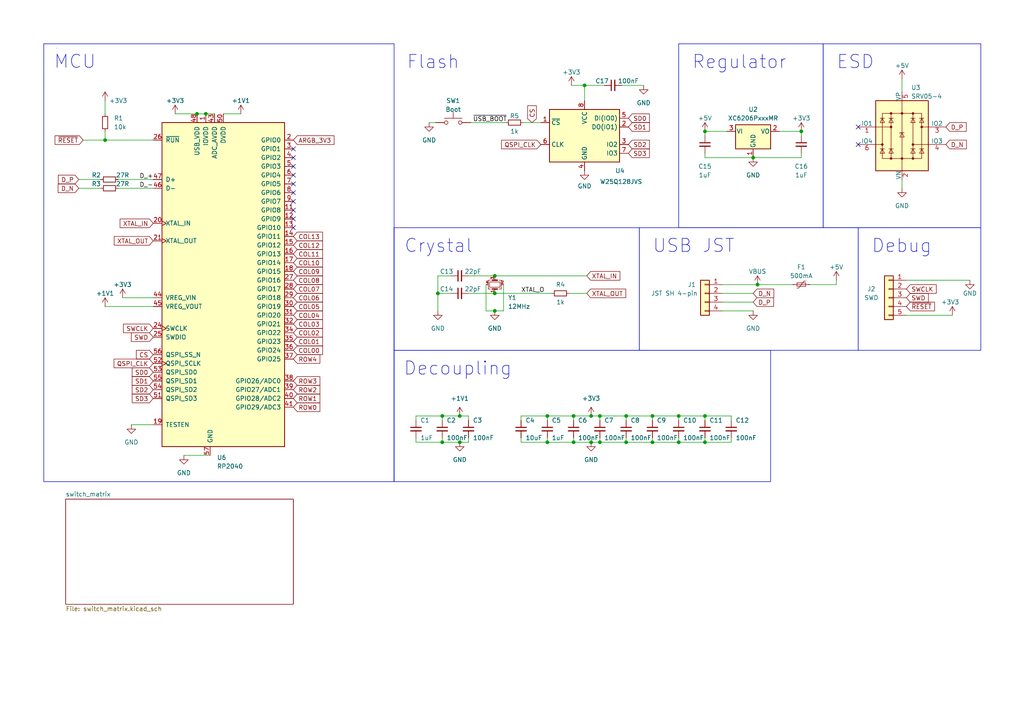
<source format=kicad_sch>
(kicad_sch (version 20230121) (generator eeschema)
  (paper "A4")
  (lib_symbols
    (symbol "Connector_Generic:Conn_01x04" (pin_names (offset 1.016) hide)
      (property "Reference" "J" (at 0 5.08 0))
      (property "Value" "Conn_01x04" (at 0 -7.62 0))
      (symbol "Conn_01x04_1_1"
        (rectangle (start -1.27 -4.953) (end 0 -5.207) (stroke (width 0.1524)))
        (rectangle (start -1.27 -2.413) (end 0 -2.667) (stroke (width 0.1524)))
        (rectangle (start -1.27 0.127) (end 0 -0.127) (stroke (width 0.1524)))
        (rectangle (start -1.27 2.667) (end 0 2.413) (stroke (width 0.1524)))
        (rectangle (start -1.27 3.81) (end 1.27 -6.35) (stroke (width 0.254)) (fill (type background)))
        (pin passive line (at -5.08 2.54 0) (length 3.81) (name "Pin_1") (number "1"))
        (pin passive line (at -5.08 0 0) (length 3.81) (name "Pin_2") (number "2"))
        (pin passive line (at -5.08 -2.54 0) (length 3.81) (name "Pin_3") (number "3"))
        (pin passive line (at -5.08 -5.08 0) (length 3.81) (name "Pin_4") (number "4"))
      )
    )
    (symbol "Connector_Generic:Conn_01x05" (pin_names (offset 1.016) hide)
      (property "Reference" "J" (at 0 7.62 0))
      (property "Value" "Conn_01x05" (at 0 -7.62 0))
      (symbol "Conn_01x05_1_1"
        (rectangle (start -1.27 -4.953) (end 0 -5.207) (stroke (width 0.1524)))
        (rectangle (start -1.27 -2.413) (end 0 -2.667) (stroke (width 0.1524)))
        (rectangle (start -1.27 0.127) (end 0 -0.127) (stroke (width 0.1524)))
        (rectangle (start -1.27 2.667) (end 0 2.413) (stroke (width 0.1524)))
        (rectangle (start -1.27 5.207) (end 0 4.953) (stroke (width 0.1524)))
        (rectangle (start -1.27 6.35) (end 1.27 -6.35) (stroke (width 0.254)) (fill (type background)))
        (pin passive line (at -5.08 5.08 0) (length 3.81) (name "Pin_1") (number "1"))
        (pin passive line (at -5.08 2.54 0) (length 3.81) (name "Pin_2") (number "2"))
        (pin passive line (at -5.08 0 0) (length 3.81) (name "Pin_3") (number "3"))
        (pin passive line (at -5.08 -2.54 0) (length 3.81) (name "Pin_4") (number "4"))
        (pin passive line (at -5.08 -5.08 0) (length 3.81) (name "Pin_5") (number "5"))
      )
    )
    (symbol "Device:C_Small" (pin_numbers hide) (pin_names (offset 0.254) hide)
      (property "Reference" "C" (at 0.254 1.778 0))
      (property "Value" "C_Small" (at 0.254 -2.032 0))
      (symbol "C_Small_0_1"
        (polyline (pts (xy -1.524 -0.508) (xy 1.524 -0.508)) (stroke (width 0.3302)))
        (polyline (pts (xy -1.524 0.508) (xy 1.524 0.508)) (stroke (width 0.3048)))
      )
      (symbol "C_Small_1_1"
        (pin passive line (at 0 2.54 270) (length 2.032) (name "~") (number "1"))
        (pin passive line (at 0 -2.54 90) (length 2.032) (name "~") (number "2"))
      )
    )
    (symbol "Device:Crystal_GND24_Small" (pin_names (offset 1.016) hide)
      (property "Reference" "Y" (at 1.27 4.445 0))
      (property "Value" "Crystal_GND24_Small" (at 1.27 2.54 0))
      (symbol "Crystal_GND24_Small_0_1"
        (rectangle (start -0.762 -1.524) (end 0.762 1.524))
        (polyline (pts (xy -1.27 -0.762) (xy -1.27 0.762)) (stroke (width 0.381)))
        (polyline (pts (xy 1.27 -0.762) (xy 1.27 0.762)) (stroke (width 0.381)))
        (polyline (pts (xy -1.27 -1.27) (xy -1.27 -1.905) (xy 1.27 -1.905) (xy 1.27 -1.27)))
        (polyline (pts (xy -1.27 1.27) (xy -1.27 1.905) (xy 1.27 1.905) (xy 1.27 1.27)))
      )
      (symbol "Crystal_GND24_Small_1_1"
        (pin passive line (at -2.54 0 0) (length 1.27) (name "1") (number "1"))
        (pin passive line (at 0 -2.54 90) (length 0.635) (name "2") (number "2"))
        (pin passive line (at 2.54 0 180) (length 1.27) (name "3") (number "3"))
        (pin passive line (at 0 2.54 270) (length 0.635) (name "4") (number "4"))
      )
    )
    (symbol "Device:Polyfuse_Small" (pin_numbers hide) (pin_names (offset 0))
      (property "Reference" "F" (at -1.905 0 90))
      (property "Value" "Polyfuse_Small" (at 1.905 0 90))
      (symbol "Polyfuse_Small_0_1"
        (rectangle (start -0.508 1.27) (end 0.508 -1.27))
        (polyline (pts (xy 0 2.54) (xy 0 -2.54)))
        (polyline (pts (xy -1.016 1.27) (xy -1.016 0.762) (xy 1.016 -0.762) (xy 1.016 -1.27)))
      )
      (symbol "Polyfuse_Small_1_1"
        (pin passive line (at 0 2.54 270) (length 0.635) (name "~") (number "1"))
        (pin passive line (at 0 -2.54 90) (length 0.635) (name "~") (number "2"))
      )
    )
    (symbol "Device:R_Small" (pin_numbers hide) (pin_names (offset 0.254) hide)
      (property "Reference" "R" (at 0.762 0.508 0))
      (property "Value" "R_Small" (at 0.762 -1.016 0))
      (symbol "R_Small_0_1"
        (rectangle (start -0.762 1.778) (end 0.762 -1.778) (stroke (width 0.2032)))
      )
      (symbol "R_Small_1_1"
        (pin passive line (at 0 2.54 270) (length 0.762) (name "~") (number "1"))
        (pin passive line (at 0 -2.54 90) (length 0.762) (name "~") (number "2"))
      )
    )
    (symbol "Memory_Flash:W25Q128JVS"
      (property "Reference" "U4" (at 1.9559 8.89 0))
      (property "Value" "W25Q128JVS" (at 1.9559 6.35 0))
      (symbol "W25Q128JVS_0_1"
        (rectangle (start -10.16 5.08) (end 10.16 -10.16) (stroke (width 0.254)) (fill (type background)))
      )
      (symbol "W25Q128JVS_1_1"
        (pin input line (at -12.7 1.27 0) (length 2.54) (name "~{CS}") (number "1"))
        (pin bidirectional line (at 12.7 0 180) (length 2.54) (name "DO(IO1)") (number "2"))
        (pin bidirectional line (at 12.7 -5.08 180) (length 2.54) (name "IO2") (number "3"))
        (pin power_in line (at 0 -12.7 90) (length 2.54) (name "GND") (number "4"))
        (pin bidirectional line (at 12.7 2.54 180) (length 2.54) (name "DI(IO0)") (number "5"))
        (pin input line (at -12.7 -5.08 0) (length 2.54) (name "CLK") (number "6"))
        (pin bidirectional line (at 12.7 -7.62 180) (length 2.54) (name "IO3") (number "7"))
        (pin power_in line (at 0 7.62 270) (length 2.54) (name "VCC") (number "8"))
      )
    )
    (symbol "Regulator_Linear:XC6206PxxxMR" (pin_names (offset 0.254))
      (property "Reference" "U" (at -3.81 3.175 0))
      (property "Value" "XC6206PxxxMR" (at 0 3.175 0))
      (symbol "XC6206PxxxMR_0_1"
        (rectangle (start -5.08 1.905) (end 5.08 -5.08) (stroke (width 0.254)) (fill (type background)))
      )
      (symbol "XC6206PxxxMR_1_1"
        (pin power_in line (at 0 -7.62 90) (length 2.54) (name "GND") (number "1"))
        (pin power_out line (at 7.62 0 180) (length 2.54) (name "VO") (number "2"))
        (pin power_in line (at -7.62 0 0) (length 2.54) (name "VI") (number "3"))
      )
    )
    (symbol "Sleep-lib:RP2040" (pin_names (offset 1.016))
      (property "Reference" "U" (at 8.89 51.435 0))
      (property "Value" "RP2040" (at 8.89 48.895 0))
      (symbol "RP2040_0_0"
        (rectangle (start -17.78 -45.72) (end 17.78 48.26) (stroke (width 0.254)) (fill (type background)))
      )
      (symbol "RP2040_1_1"
        (pin power_in line (at -5.08 50.8 270) (length 2.54) (name "IOVDD") (number "1"))
        (pin power_in line (at -5.08 50.8 270) (length 2.54) hide (name "IOVDD") (number "10"))
        (pin input line (at 20.32 22.86 180) (length 2.54) (name "GPIO8") (number "11"))
        (pin input line (at 20.32 20.32 180) (length 2.54) (name "GPIO9") (number "12"))
        (pin input line (at 20.32 17.78 180) (length 2.54) (name "GPIO10") (number "13"))
        (pin input line (at 20.32 15.24 180) (length 2.54) (name "GPIO11") (number "14"))
        (pin input line (at 20.32 12.7 180) (length 2.54) (name "GPIO12") (number "15"))
        (pin input line (at 20.32 10.16 180) (length 2.54) (name "GPIO13") (number "16"))
        (pin input line (at 20.32 7.62 180) (length 2.54) (name "GPIO14") (number "17"))
        (pin input line (at 20.32 5.08 180) (length 2.54) (name "GPIO15") (number "18"))
        (pin input line (at -20.32 -39.37 0) (length 2.54) (name "TESTEN") (number "19"))
        (pin input line (at 20.32 43.18 180) (length 2.54) (name "GPIO0") (number "2"))
        (pin input clock (at -20.32 19.05 0) (length 2.54) (name "XTAL_IN") (number "20"))
        (pin input clock (at -20.32 13.97 0) (length 2.54) (name "XTAL_OUT") (number "21"))
        (pin power_in line (at -5.08 50.8 270) (length 2.54) hide (name "IOVDD") (number "22"))
        (pin power_in line (at 0 50.8 270) (length 2.54) hide (name "DVDD") (number "23"))
        (pin input clock (at -20.32 -11.43 0) (length 2.54) (name "SWCLK") (number "24"))
        (pin bidirectional line (at -20.32 -13.97 0) (length 2.54) (name "SWDIO") (number "25"))
        (pin input line (at -20.32 43.18 0) (length 2.54) (name "~{RUN}") (number "26"))
        (pin input line (at 20.32 2.54 180) (length 2.54) (name "GPIO16") (number "27"))
        (pin input line (at 20.32 0 180) (length 2.54) (name "GPIO17") (number "28"))
        (pin input line (at 20.32 -2.54 180) (length 2.54) (name "GPIO18") (number "29"))
        (pin input line (at 20.32 40.64 180) (length 2.54) (name "GPIO1") (number "3"))
        (pin input line (at 20.32 -5.08 180) (length 2.54) (name "GPIO19") (number "30"))
        (pin input line (at 20.32 -7.62 180) (length 2.54) (name "GPIO20") (number "31"))
        (pin input line (at 20.32 -10.16 180) (length 2.54) (name "GPIO21") (number "32"))
        (pin power_in line (at -5.08 50.8 270) (length 2.54) hide (name "IOVDD") (number "33"))
        (pin input line (at 20.32 -12.7 180) (length 2.54) (name "GPIO22") (number "34"))
        (pin input line (at 20.32 -15.24 180) (length 2.54) (name "GPIO23") (number "35"))
        (pin input line (at 20.32 -17.78 180) (length 2.54) (name "GPIO24") (number "36"))
        (pin input line (at 20.32 -20.32 180) (length 2.54) (name "GPIO25") (number "37"))
        (pin input line (at 20.32 -26.67 180) (length 2.54) (name "GPIO26/ADC0") (number "38"))
        (pin input line (at 20.32 -29.21 180) (length 2.54) (name "GPIO27/ADC1") (number "39"))
        (pin input line (at 20.32 38.1 180) (length 2.54) (name "GPIO2") (number "4"))
        (pin input line (at 20.32 -31.75 180) (length 2.54) (name "GPIO28/ADC2") (number "40"))
        (pin input line (at 20.32 -34.29 180) (length 2.54) (name "GPIO29/ADC3") (number "41"))
        (pin power_in line (at -5.08 50.8 270) (length 2.54) hide (name "IOVDD") (number "42"))
        (pin power_in line (at -2.54 50.8 270) (length 2.54) (name "ADC_AVDD") (number "43"))
        (pin power_in line (at -20.32 -2.54 0) (length 2.54) (name "VREG_VIN") (number "44"))
        (pin power_out line (at -20.32 -5.08 0) (length 2.54) (name "VREG_VOUT") (number "45"))
        (pin bidirectional line (at -20.32 29.21 0) (length 2.54) (name "D-") (number "46"))
        (pin bidirectional line (at -20.32 31.75 0) (length 2.54) (name "D+") (number "47"))
        (pin power_in line (at -7.62 50.8 270) (length 2.54) (name "USB_VDD") (number "48"))
        (pin power_in line (at -5.08 50.8 270) (length 2.54) hide (name "IOVDD") (number "49"))
        (pin input line (at 20.32 35.56 180) (length 2.54) (name "GPIO3") (number "5"))
        (pin power_in line (at 0 50.8 270) (length 2.54) (name "DVDD") (number "50"))
        (pin bidirectional line (at -20.32 -31.75 0) (length 2.54) (name "QSPI_SD3") (number "51"))
        (pin input clock (at -20.32 -21.59 0) (length 2.54) (name "QSPI_SCLK") (number "52"))
        (pin bidirectional line (at -20.32 -24.13 0) (length 2.54) (name "QSPI_SD0") (number "53"))
        (pin bidirectional line (at -20.32 -29.21 0) (length 2.54) (name "QSPI_SD2") (number "54"))
        (pin bidirectional line (at -20.32 -26.67 0) (length 2.54) (name "QSPI_SD1") (number "55"))
        (pin bidirectional line (at -20.32 -19.05 0) (length 2.54) (name "QSPI_SS_N") (number "56"))
        (pin power_in line (at -3.81 -48.26 90) (length 2.54) (name "GND") (number "57"))
        (pin input line (at 20.32 33.02 180) (length 2.54) (name "GPIO4") (number "6"))
        (pin input line (at 20.32 30.48 180) (length 2.54) (name "GPIO5") (number "7"))
        (pin input line (at 20.32 27.94 180) (length 2.54) (name "GPIO6") (number "8"))
        (pin input line (at 20.32 25.4 180) (length 2.54) (name "GPIO7") (number "9"))
      )
    )
    (symbol "Switch:SW_Push" (pin_numbers hide) (pin_names (offset 1.016) hide)
      (property "Reference" "SW" (at 1.27 2.54 0))
      (property "Value" "SW_Push" (at 0 -1.524 0))
      (symbol "SW_Push_0_1"
        (circle (center -2.032 0) (radius 0.508))
        (polyline (pts (xy 0 1.27) (xy 0 3.048)))
        (polyline (pts (xy 2.54 1.27) (xy -2.54 1.27)))
        (circle (center 2.032 0) (radius 0.508))
        (pin passive line (at -5.08 0 0) (length 2.54) (name "1") (number "1"))
        (pin passive line (at 5.08 0 180) (length 2.54) (name "2") (number "2"))
      )
    )
    (symbol "marbastlib-various:SRV05-4" (pin_names (offset 0))
      (property "Reference" "U" (at -5.08 11.43 0))
      (property "Value" "SRV05-4" (at 2.54 11.43 0))
      (symbol "SRV05-4_0_0"
        (rectangle (start -5.715 6.477) (end 5.715 -6.604))
        (polyline (pts (xy -3.175 -6.604) (xy -3.175 6.477)))
        (polyline (pts (xy 3.175 6.477) (xy 3.175 -6.604)))
      )
      (symbol "SRV05-4_0_1"
        (rectangle (start -7.62 10.16) (end 7.62 -10.16) (stroke (width 0.254)) (fill (type background)))
        (circle (center -5.715 -2.54) (radius 0.2794) (fill (type outline)))
        (circle (center -3.175 -6.604) (radius 0.2794) (fill (type outline)))
        (circle (center -3.175 2.54) (radius 0.2794) (fill (type outline)))
        (circle (center -3.175 6.477) (radius 0.2794) (fill (type outline)))
        (circle (center 0 -6.604) (radius 0.2794) (fill (type outline)))
        (polyline (pts (xy -7.747 2.54) (xy -3.175 2.54)))
        (polyline (pts (xy -7.62 -2.54) (xy -5.715 -2.54)))
        (polyline (pts (xy -5.08 -3.81) (xy -6.35 -3.81)))
        (polyline (pts (xy -5.08 5.08) (xy -6.35 5.08)))
        (polyline (pts (xy -2.54 -3.81) (xy -3.81 -3.81)))
        (polyline (pts (xy -2.54 5.08) (xy -3.81 5.08)))
        (polyline (pts (xy 0 10.16) (xy 0 -10.16)))
        (polyline (pts (xy 3.81 -3.81) (xy 2.54 -3.81)))
        (polyline (pts (xy 3.81 5.08) (xy 2.54 5.08)))
        (polyline (pts (xy 6.35 -3.81) (xy 5.08 -3.81)))
        (polyline (pts (xy 6.35 5.08) (xy 5.08 5.08)))
        (polyline (pts (xy 7.62 -2.54) (xy 3.175 -2.54)))
        (polyline (pts (xy 7.62 2.54) (xy 5.715 2.54)))
        (polyline (pts (xy 0.635 0.889) (xy -0.635 0.889) (xy -0.635 0.635)))
        (polyline (pts (xy -5.08 -5.08) (xy -6.35 -5.08) (xy -5.715 -3.81) (xy -5.08 -5.08)))
        (polyline (pts (xy -5.08 3.81) (xy -6.35 3.81) (xy -5.715 5.08) (xy -5.08 3.81)))
        (polyline (pts (xy -2.54 -5.08) (xy -3.81 -5.08) (xy -3.175 -3.81) (xy -2.54 -5.08)))
        (polyline (pts (xy -2.54 3.81) (xy -3.81 3.81) (xy -3.175 5.08) (xy -2.54 3.81)))
        (polyline (pts (xy 0.635 -0.381) (xy -0.635 -0.381) (xy 0 0.889) (xy 0.635 -0.381)))
        (polyline (pts (xy 3.81 -5.08) (xy 2.54 -5.08) (xy 3.175 -3.81) (xy 3.81 -5.08)))
        (polyline (pts (xy 3.81 3.81) (xy 2.54 3.81) (xy 3.175 5.08) (xy 3.81 3.81)))
        (polyline (pts (xy 6.35 -5.08) (xy 5.08 -5.08) (xy 5.715 -3.81) (xy 6.35 -5.08)))
        (polyline (pts (xy 6.35 3.81) (xy 5.08 3.81) (xy 5.715 5.08) (xy 6.35 3.81)))
        (circle (center 0 6.477) (radius 0.2794) (fill (type outline)))
        (circle (center 3.175 -6.604) (radius 0.2794) (fill (type outline)))
        (circle (center 3.175 -2.54) (radius 0.2794) (fill (type outline)))
        (circle (center 3.175 6.477) (radius 0.2794) (fill (type outline)))
        (circle (center 5.715 2.54) (radius 0.2794) (fill (type outline)))
      )
      (symbol "SRV05-4_1_1"
        (pin passive line (at -12.7 2.54 0) (length 5.08) (name "IO1") (number "1"))
        (pin passive line (at 0 -12.7 90) (length 2.54) (name "VN") (number "2"))
        (pin passive line (at 12.7 2.54 180) (length 5.08) (name "IO2") (number "3"))
        (pin passive line (at 12.7 -2.54 180) (length 5.08) (name "IO3") (number "4"))
        (pin passive line (at 0 12.7 270) (length 2.54) (name "VP") (number "5"))
        (pin passive line (at -12.7 -2.54 0) (length 5.08) (name "IO4") (number "6"))
      )
    )
    (symbol "power:+1V1" (power) (pin_names (offset 0))
      (property "Value" "+1V1" (at 0 3.556 0))
      (symbol "+1V1_0_1"
        (polyline (pts (xy -0.762 1.27) (xy 0 2.54)))
        (polyline (pts (xy 0 0) (xy 0 2.54)))
        (polyline (pts (xy 0 2.54) (xy 0.762 1.27)))
      )
      (symbol "+1V1_1_1"
        (pin power_in line (at 0 0 90) (length 0) hide (name "+1V1") (number "1"))
      )
    )
    (symbol "power:+3V3" (power) (pin_names (offset 0))
      (property "Value" "+3V3" (at 0 3.556 0))
      (symbol "+3V3_0_1"
        (polyline (pts (xy -0.762 1.27) (xy 0 2.54)))
        (polyline (pts (xy 0 0) (xy 0 2.54)))
        (polyline (pts (xy 0 2.54) (xy 0.762 1.27)))
      )
      (symbol "+3V3_1_1"
        (pin power_in line (at 0 0 90) (length 0) hide (name "+3V3") (number "1"))
      )
    )
    (symbol "power:+5V" (power) (pin_names (offset 0))
      (property "Value" "+5V" (at 0 3.556 0))
      (symbol "+5V_0_1"
        (polyline (pts (xy -0.762 1.27) (xy 0 2.54)))
        (polyline (pts (xy 0 0) (xy 0 2.54)))
        (polyline (pts (xy 0 2.54) (xy 0.762 1.27)))
      )
      (symbol "+5V_1_1"
        (pin power_in line (at 0 0 90) (length 0) hide (name "+5V") (number "1"))
      )
    )
    (symbol "power:GND" (power) (pin_names (offset 0))
      (property "Value" "GND" (at 0 -3.81 0))
      (symbol "GND_0_1"
        (polyline (pts (xy 0 0) (xy 0 -1.27) (xy 1.27 -1.27) (xy 0 -2.54) (xy -1.27 -1.27) (xy 0 -1.27)))
      )
      (symbol "GND_1_1"
        (pin power_in line (at 0 0 270) (length 0) hide (name "GND") (number "1"))
      )
    )
    (symbol "power:VBUS" (power) (pin_names (offset 0))
      (property "Value" "VBUS" (at 0 3.81 0))
      (symbol "VBUS_0_1"
        (polyline (pts (xy -0.762 1.27) (xy 0 2.54)))
        (polyline (pts (xy 0 0) (xy 0 2.54)))
        (polyline (pts (xy 0 2.54) (xy 0.762 1.27)))
      )
      (symbol "VBUS_1_1"
        (pin power_in line (at 0 0 90) (length 0) hide (name "VBUS") (number "1"))
      )
    )
  )
  (junction (at 196.85 120.65))
  (junction (at 127 85.09))
  (junction (at 204.47 128.27))
  (junction (at 218.44 45.72))
  (junction (at 158.75 128.27))
  (junction (at 133.35 120.65))
  (junction (at 30.48 40.64))
  (junction (at 171.45 120.65))
  (junction (at 189.23 128.27))
  (junction (at 181.61 128.27))
  (junction (at 219.71 82.55))
  (junction (at 169.545 24.765))
  (junction (at 189.23 120.65))
  (junction (at 173.99 128.27))
  (junction (at 204.47 120.65))
  (junction (at 171.45 128.27))
  (junction (at 133.35 128.27))
  (junction (at 158.75 120.65))
  (junction (at 166.37 128.27))
  (junction (at 181.61 120.65))
  (junction (at 143.51 80.01))
  (junction (at 57.15 33.02))
  (junction (at 128.27 128.27))
  (junction (at 196.85 128.27))
  (junction (at 204.47 38.1))
  (junction (at 166.37 120.65))
  (junction (at 143.51 90.17))
  (junction (at 232.41 38.1))
  (junction (at 143.51 85.09))
  (junction (at 128.27 120.65))
  (junction (at 59.69 33.02))
  (junction (at 173.99 120.65))
  (no_connect (at 85.09 55.88))
  (no_connect (at 248.92 36.83))
  (no_connect (at 85.09 63.5))
  (no_connect (at 85.09 66.04))
  (no_connect (at 85.09 43.18))
  (no_connect (at 85.09 48.26))
  (no_connect (at 85.09 60.96))
  (no_connect (at 85.09 58.42))
  (no_connect (at 85.09 45.72))
  (no_connect (at 85.09 50.8))
  (no_connect (at 85.09 53.34))
  (no_connect (at 248.92 41.91))
  (wire (pts (xy 140.97 90.17) (xy 143.51 90.17)))
  (wire (pts (xy 232.41 38.1) (xy 232.41 39.37)))
  (wire (pts (xy 130.81 85.09) (xy 127 85.09)))
  (wire (pts (xy 128.27 120.65) (xy 128.27 121.92)))
  (wire (pts (xy 169.545 24.765) (xy 175.26 24.765)))
  (wire (pts (xy 209.55 87.63) (xy 218.44 87.63)))
  (wire (pts (xy 50.8 33.02) (xy 57.15 33.02)))
  (wire (pts (xy 140.97 82.55) (xy 140.97 90.17)))
  (wire (pts (xy 34.29 52.07) (xy 44.45 52.07)))
  (wire (pts (xy 146.05 82.55) (xy 146.05 90.17)))
  (wire (pts (xy 158.75 128.27) (xy 166.37 128.27)))
  (wire (pts (xy 181.61 121.92) (xy 181.61 120.65)))
  (wire (pts (xy 135.89 127) (xy 135.89 128.27)))
  (wire (pts (xy 135.89 85.09) (xy 143.51 85.09)))
  (wire (pts (xy 166.37 128.27) (xy 171.45 128.27)))
  (wire (pts (xy 59.69 33.02) (xy 62.23 33.02)))
  (wire (pts (xy 135.89 80.01) (xy 143.51 80.01)))
  (wire (pts (xy 151.13 120.65) (xy 158.75 120.65)))
  (wire (pts (xy 128.27 128.27) (xy 133.35 128.27)))
  (wire (pts (xy 219.71 82.55) (xy 229.87 82.55)))
  (wire (pts (xy 127 85.09) (xy 127 90.17)))
  (wire (pts (xy 232.41 45.72) (xy 218.44 45.72)))
  (wire (pts (xy 30.48 29.21) (xy 30.48 33.02)))
  (wire (pts (xy 181.61 127) (xy 181.61 128.27)))
  (wire (pts (xy 166.37 121.92) (xy 166.37 120.65)))
  (wire (pts (xy 151.765 35.56) (xy 156.845 35.56)))
  (wire (pts (xy 212.09 121.92) (xy 212.09 120.65)))
  (wire (pts (xy 38.1 123.19) (xy 44.45 123.19)))
  (wire (pts (xy 120.65 128.27) (xy 128.27 128.27)))
  (wire (pts (xy 30.48 40.64) (xy 44.45 40.64)))
  (wire (pts (xy 262.89 81.28) (xy 281.305 81.28)))
  (wire (pts (xy 173.99 128.27) (xy 171.45 128.27)))
  (wire (pts (xy 261.62 22.86) (xy 261.62 26.67)))
  (wire (pts (xy 136.525 35.56) (xy 146.685 35.56)))
  (wire (pts (xy 196.85 120.65) (xy 189.23 120.65)))
  (wire (pts (xy 261.62 52.07) (xy 261.62 54.61)))
  (wire (pts (xy 232.41 44.45) (xy 232.41 45.72)))
  (wire (pts (xy 22.86 52.07) (xy 29.21 52.07)))
  (wire (pts (xy 212.09 127) (xy 212.09 128.27)))
  (wire (pts (xy 226.06 38.1) (xy 232.41 38.1)))
  (wire (pts (xy 120.65 127) (xy 120.65 128.27)))
  (wire (pts (xy 30.48 88.9) (xy 44.45 88.9)))
  (wire (pts (xy 204.47 120.65) (xy 196.85 120.65)))
  (wire (pts (xy 124.46 35.56) (xy 126.365 35.56)))
  (wire (pts (xy 173.99 127) (xy 173.99 128.27)))
  (wire (pts (xy 204.47 128.27) (xy 196.85 128.27)))
  (wire (pts (xy 143.51 85.09) (xy 160.02 85.09)))
  (wire (pts (xy 180.34 24.765) (xy 186.69 24.765)))
  (wire (pts (xy 204.47 127) (xy 204.47 128.27)))
  (wire (pts (xy 165.735 24.765) (xy 169.545 24.765)))
  (wire (pts (xy 151.13 127) (xy 151.13 128.27)))
  (wire (pts (xy 120.65 120.65) (xy 120.65 121.92)))
  (wire (pts (xy 209.55 82.55) (xy 219.71 82.55)))
  (wire (pts (xy 120.65 120.65) (xy 128.27 120.65)))
  (wire (pts (xy 204.47 45.72) (xy 218.44 45.72)))
  (wire (pts (xy 234.95 82.55) (xy 242.57 82.55)))
  (wire (pts (xy 128.27 120.65) (xy 133.35 120.65)))
  (wire (pts (xy 30.48 38.1) (xy 30.48 40.64)))
  (wire (pts (xy 143.51 80.01) (xy 170.18 80.01)))
  (wire (pts (xy 166.37 120.65) (xy 171.45 120.65)))
  (wire (pts (xy 57.15 33.02) (xy 59.69 33.02)))
  (wire (pts (xy 133.35 120.65) (xy 135.89 120.65)))
  (wire (pts (xy 64.77 33.02) (xy 69.85 33.02)))
  (wire (pts (xy 22.86 54.61) (xy 29.21 54.61)))
  (wire (pts (xy 158.75 120.65) (xy 166.37 120.65)))
  (wire (pts (xy 24.13 40.64) (xy 30.48 40.64)))
  (wire (pts (xy 169.545 29.21) (xy 169.545 24.765)))
  (wire (pts (xy 242.57 82.55) (xy 242.57 81.28)))
  (wire (pts (xy 181.61 120.65) (xy 173.99 120.65)))
  (wire (pts (xy 196.85 128.27) (xy 189.23 128.27)))
  (wire (pts (xy 158.75 121.92) (xy 158.75 120.65)))
  (wire (pts (xy 212.09 120.65) (xy 204.47 120.65)))
  (wire (pts (xy 165.1 85.09) (xy 170.18 85.09)))
  (wire (pts (xy 130.81 80.01) (xy 127 80.01)))
  (wire (pts (xy 262.89 91.44) (xy 276.225 91.44)))
  (wire (pts (xy 166.37 127) (xy 166.37 128.27)))
  (wire (pts (xy 204.47 121.92) (xy 204.47 120.65)))
  (wire (pts (xy 189.23 121.92) (xy 189.23 120.65)))
  (wire (pts (xy 196.85 127) (xy 196.85 128.27)))
  (wire (pts (xy 135.89 128.27) (xy 133.35 128.27)))
  (wire (pts (xy 204.47 38.1) (xy 204.47 39.37)))
  (wire (pts (xy 127 80.01) (xy 127 85.09)))
  (wire (pts (xy 151.13 121.92) (xy 151.13 120.65)))
  (wire (pts (xy 146.05 90.17) (xy 143.51 90.17)))
  (wire (pts (xy 53.34 132.08) (xy 60.96 132.08)))
  (wire (pts (xy 189.23 120.65) (xy 181.61 120.65)))
  (wire (pts (xy 135.89 120.65) (xy 135.89 121.92)))
  (wire (pts (xy 34.29 54.61) (xy 44.45 54.61)))
  (wire (pts (xy 209.55 90.17) (xy 218.44 90.17)))
  (wire (pts (xy 189.23 128.27) (xy 181.61 128.27)))
  (wire (pts (xy 151.13 128.27) (xy 158.75 128.27)))
  (wire (pts (xy 173.99 120.65) (xy 171.45 120.65)))
  (wire (pts (xy 212.09 128.27) (xy 204.47 128.27)))
  (wire (pts (xy 173.99 121.92) (xy 173.99 120.65)))
  (wire (pts (xy 128.27 127) (xy 128.27 128.27)))
  (wire (pts (xy 204.47 38.1) (xy 210.82 38.1)))
  (wire (pts (xy 196.85 121.92) (xy 196.85 120.65)))
  (wire (pts (xy 158.75 127) (xy 158.75 128.27)))
  (wire (pts (xy 204.47 44.45) (xy 204.47 45.72)))
  (wire (pts (xy 189.23 127) (xy 189.23 128.27)))
  (wire (pts (xy 35.56 86.36) (xy 44.45 86.36)))
  (wire (pts (xy 209.55 85.09) (xy 218.44 85.09)))
  (wire (pts (xy 181.61 128.27) (xy 173.99 128.27)))
  (text_box "MCU" (at 12.7 12.7 0) (size 101.6 127) (effects (font (size 3.81 3.81)) (justify left top)))
  (text_box "" (at 248.92 66.04 0) (size 35.56 35.56) (effects (font (size 1.27 1.27)) (justify left top)))
  (text_box "\n" (at 114.3 66.04 0) (size 71.12 35.56) (effects (font (size 1.27 1.27)) (justify left top)))
  (text_box "" (at 16.51 13.97 0) (size 0 0) (effects (font (size 5.08 5.08)) (justify left top)))
  (text_box "" (at 238.76 12.7 0) (size 45.72 53.34) (effects (font (size 1.27 1.27)) (justify left top)))
  (text_box "" (at 196.85 12.7 0) (size 41.91 53.34) (effects (font (size 1.27 1.27)) (justify left top)))
  (text_box "\n" (at 114.3 101.6 0) (size 109.22 38.1) (effects (font (size 1.27 1.27)) (justify left top)))
  (text_box "\n" (at 185.42 66.04 0) (size 63.5 35.56) (effects (font (size 1.27 1.27)) (justify left top)))
  (text "ESD" (at 242.57 20.32 0) (effects (font (size 3.81 3.81)) (justify left bottom)))
  (text "Regulator" (at 200.66 20.32 0) (effects (font (size 3.81 3.81)) (justify left bottom)))
  (text "Debug" (at 252.73 73.66 0) (effects (font (size 3.81 3.81)) (justify left bottom)))
  (text "Crystal" (at 137.16 73.66 0) (effects (font (size 3.81 3.81)) (justify right bottom)))
  (text "Flash" (at 133.35 20.32 0) (effects (font (size 3.81 3.81)) (justify right bottom)))
  (text "USB JST" (at 189.23 73.66 0) (effects (font (size 3.81 3.81)) (justify left bottom)))
  (text "Decoupling" (at 148.59 109.22 0) (effects (font (size 3.81 3.81)) (justify right bottom)))
  (label "D_+" (at 44.45 52.07 180))
  (label "D_-" (at 44.45 54.61 180))
  (label "~{USB_BOOT}" (at 137.16 35.56 0))
  (label "XTAL_O" (at 151.13 85.09 0))
  (global_label "XTAL_IN" (shape input) (at 170.18 80.01 0) (property "Intersheetrefs" "${INTERSHEET_REFS}" (effects hide)))
  (global_label "SD1" (shape input) (at 44.45 110.49 180) (property "Intersheetrefs" "${INTERSHEET_REFS}" (effects hide)))
  (global_label "ROW4" (shape input) (at 85.09 104.14 0) (property "Intersheetrefs" "${INTERSHEET_REFS}" (effects hide)))
  (global_label "COL00" (shape input) (at 85.09 101.6 0) (property "Intersheetrefs" "${INTERSHEET_REFS}" (effects hide)))
  (global_label "QSPI_CLK" (shape input) (at 44.45 105.41 180) (property "Intersheetrefs" "${INTERSHEET_REFS}" (effects hide)))
  (global_label "CS" (shape input) (at 154.305 35.56 90) (property "Intersheetrefs" "${INTERSHEET_REFS}" (effects hide)))
  (global_label "COL07" (shape input) (at 85.09 83.82 0) (property "Intersheetrefs" "${INTERSHEET_REFS}" (effects hide)))
  (global_label "SWD" (shape input) (at 262.89 86.36 0) (property "Intersheetrefs" "${INTERSHEET_REFS}" (effects hide)))
  (global_label "SWCLK" (shape input) (at 44.45 95.25 180) (property "Intersheetrefs" "${INTERSHEET_REFS}" (effects hide)))
  (global_label "QSPI_CLK" (shape input) (at 156.845 41.91 180) (property "Intersheetrefs" "${INTERSHEET_REFS}" (effects hide)))
  (global_label "SD3" (shape input) (at 182.245 44.45 0) (property "Intersheetrefs" "${INTERSHEET_REFS}" (effects hide)))
  (global_label "COL10" (shape input) (at 85.09 76.2 0) (property "Intersheetrefs" "${INTERSHEET_REFS}" (effects hide)))
  (global_label "D_P" (shape input) (at 218.44 87.63 0) (property "Intersheetrefs" "${INTERSHEET_REFS}" (effects hide)))
  (global_label "SD1" (shape input) (at 182.245 36.83 0) (property "Intersheetrefs" "${INTERSHEET_REFS}" (effects hide)))
  (global_label "~{RESET}" (shape input) (at 262.89 88.9 0) (property "Intersheetrefs" "${INTERSHEET_REFS}" (effects hide)))
  (global_label "ROW0" (shape input) (at 85.09 118.11 0) (property "Intersheetrefs" "${INTERSHEET_REFS}" (effects hide)))
  (global_label "COL13" (shape input) (at 85.09 68.58 0) (property "Intersheetrefs" "${INTERSHEET_REFS}" (effects hide)))
  (global_label "COL05" (shape input) (at 85.09 88.9 0) (property "Intersheetrefs" "${INTERSHEET_REFS}" (effects hide)))
  (global_label "SWD" (shape input) (at 44.45 97.79 180) (property "Intersheetrefs" "${INTERSHEET_REFS}" (effects hide)))
  (global_label "D_N" (shape input) (at 22.86 54.61 180) (property "Intersheetrefs" "${INTERSHEET_REFS}" (effects hide)))
  (global_label "D_P" (shape input) (at 22.86 52.07 180) (property "Intersheetrefs" "${INTERSHEET_REFS}" (effects hide)))
  (global_label "ARGB_3V3" (shape input) (at 85.09 40.64 0) (property "Intersheetrefs" "${INTERSHEET_REFS}" (effects hide)))
  (global_label "XTAL_IN" (shape input) (at 44.45 64.77 180) (property "Intersheetrefs" "${INTERSHEET_REFS}" (effects hide)))
  (global_label "ROW1" (shape input) (at 85.09 115.57 0) (property "Intersheetrefs" "${INTERSHEET_REFS}" (effects hide)))
  (global_label "COL06" (shape input) (at 85.09 86.36 0) (property "Intersheetrefs" "${INTERSHEET_REFS}" (effects hide)))
  (global_label "SD3" (shape input) (at 44.45 115.57 180) (property "Intersheetrefs" "${INTERSHEET_REFS}" (effects hide)))
  (global_label "COL11" (shape input) (at 85.09 73.66 0) (property "Intersheetrefs" "${INTERSHEET_REFS}" (effects hide)))
  (global_label "COL12" (shape input) (at 85.09 71.12 0) (property "Intersheetrefs" "${INTERSHEET_REFS}" (effects hide)))
  (global_label "SD2" (shape input) (at 182.245 41.91 0) (property "Intersheetrefs" "${INTERSHEET_REFS}" (effects hide)))
  (global_label "COL08" (shape input) (at 85.09 81.28 0) (property "Intersheetrefs" "${INTERSHEET_REFS}" (effects hide)))
  (global_label "D_P" (shape input) (at 274.32 36.83 0) (property "Intersheetrefs" "${INTERSHEET_REFS}" (effects hide)))
  (global_label "COL04" (shape input) (at 85.09 91.44 0) (property "Intersheetrefs" "${INTERSHEET_REFS}" (effects hide)))
  (global_label "COL09" (shape input) (at 85.09 78.74 0) (property "Intersheetrefs" "${INTERSHEET_REFS}" (effects hide)))
  (global_label "ROW3" (shape input) (at 85.09 110.49 0) (property "Intersheetrefs" "${INTERSHEET_REFS}" (effects hide)))
  (global_label "CS" (shape input) (at 44.45 102.87 180) (property "Intersheetrefs" "${INTERSHEET_REFS}" (effects hide)))
  (global_label "ROW2" (shape input) (at 85.09 113.03 0) (property "Intersheetrefs" "${INTERSHEET_REFS}" (effects hide)))
  (global_label "SD0" (shape input) (at 182.245 34.29 0) (property "Intersheetrefs" "${INTERSHEET_REFS}" (effects hide)))
  (global_label "SD0" (shape input) (at 44.45 107.95 180) (property "Intersheetrefs" "${INTERSHEET_REFS}" (effects hide)))
  (global_label "XTAL_OUT" (shape input) (at 44.45 69.85 180) (property "Intersheetrefs" "${INTERSHEET_REFS}" (effects hide)))
  (global_label "COL01" (shape input) (at 85.09 99.06 0) (property "Intersheetrefs" "${INTERSHEET_REFS}" (effects hide)))
  (global_label "SWCLK" (shape input) (at 262.89 83.82 0) (property "Intersheetrefs" "${INTERSHEET_REFS}" (effects hide)))
  (global_label "D_N" (shape input) (at 218.44 85.09 0) (property "Intersheetrefs" "${INTERSHEET_REFS}" (effects hide)))
  (global_label "COL03" (shape input) (at 85.09 93.98 0) (property "Intersheetrefs" "${INTERSHEET_REFS}" (effects hide)))
  (global_label "COL02" (shape input) (at 85.09 96.52 0) (property "Intersheetrefs" "${INTERSHEET_REFS}" (effects hide)))
  (global_label "SD2" (shape input) (at 44.45 113.03 180) (property "Intersheetrefs" "${INTERSHEET_REFS}" (effects hide)))
  (global_label "D_N" (shape input) (at 274.32 41.91 0) (property "Intersheetrefs" "${INTERSHEET_REFS}" (effects hide)))
  (global_label "XTAL_OUT" (shape input) (at 170.18 85.09 0) (property "Intersheetrefs" "${INTERSHEET_REFS}" (effects hide)))
  (global_label "~{RESET}" (shape input) (at 24.13 40.64 180) (property "Intersheetrefs" "${INTERSHEET_REFS}" (effects hide)))
  (symbol (lib_id "Device:C_Small") (at 133.35 80.01 90) (unit 1)
    (property "Reference" "C13" (at 129.54 78.74 90))
    (property "Value" "22pF" (at 137.16 78.74 90))
    (property "Footprint" "Capacitor_SMD:C_0402_1005Metric" (effects hide))
    (property "LCSC" "C1555" (effects hide))
  )
  (symbol (lib_id "Device:R_Small") (at 31.75 52.07 90) (unit 1)
    (property "Reference" "R2" (at 27.94 50.8 90))
    (property "Value" "27R" (at 35.56 50.8 90))
    (property "Footprint" "Resistor_SMD:R_0603_1608Metric" (effects hide))
    (property "LCSC" "C25190" (effects hide))
  )
  (symbol (lib_id "marbastlib-various:SRV05-4") (at 261.62 39.37 0) (unit 1)
    (property "Reference" "U3" (at 264.2617 25.4 0) (effects (justify left)))
    (property "Value" "SRV05-4" (at 264.2617 27.94 0) (effects (justify left)))
    (property "Footprint" "marbastlib-various:SOT-23-6-routable" (effects hide))
    (property "Datasheet" "http://www.onsemi.com/pub/Collateral/SRV05-4-D.PDF" (effects hide))
    (property "LCSC" "C85364" (effects hide))
  )
  (symbol (lib_id "Device:C_Small") (at 173.99 124.46 0) (unit 1)
    (property "Reference" "C7" (at 175.26 121.92 0) (effects (justify left)))
    (property "Value" "100nF" (at 175.26 127 0) (effects (justify left)))
    (property "Footprint" "Capacitor_SMD:C_0402_1005Metric" (effects hide))
    (property "LCSC" "1525" (effects hide))
  )
  (symbol (lib_id "Device:C_Small") (at 204.47 41.91 0) (unit 1)
    (property "Reference" "C15" (at 204.47 48.26 0))
    (property "Value" "1uF" (at 204.47 50.8 0))
    (property "Footprint" "Capacitor_SMD:C_0402_1005Metric" (effects hide))
    (property "LCSC" "C52923" (effects hide))
  )
  (symbol (lib_id "power:+3V3") (at 232.41 38.1 0) (unit 1)
    (property "Reference" "#PWR020" (effects hide))
    (property "Value" "+3V3" (at 232.41 34.29 0))
  )
  (symbol (lib_id "power:GND") (at 281.305 81.28 0) (unit 1)
    (property "Reference" "#PWR017" (effects hide))
    (property "Value" "GND" (at 281.305 85.09 0))
  )
  (symbol (lib_id "power:GND") (at 218.44 45.72 0) (unit 1)
    (property "Reference" "#PWR021" (effects hide))
    (property "Value" "GND" (at 218.44 50.8 0))
  )
  (symbol (lib_id "Device:C_Small") (at 177.8 24.765 90) (unit 1)
    (property "Reference" "C17" (at 174.625 23.495 90))
    (property "Value" "100nF" (at 182.245 23.495 90))
    (property "Footprint" "Capacitor_SMD:C_0402_1005Metric" (effects hide))
    (property "LCSC" "C1525" (effects hide))
  )
  (symbol (lib_id "power:+3V3") (at 171.45 120.65 0) (unit 1)
    (property "Reference" "#PWR010" (effects hide))
    (property "Value" "+3V3" (at 171.45 115.57 0))
  )
  (symbol (lib_id "Device:C_Small") (at 135.89 124.46 0) (unit 1)
    (property "Reference" "C3" (at 137.16 121.92 0) (effects (justify left)))
    (property "Value" "100nF" (at 137.16 127 0) (effects (justify left)))
    (property "Footprint" "Capacitor_SMD:C_0402_1005Metric" (effects hide))
    (property "LCSC" "C1525" (effects hide))
  )
  (symbol (lib_id "power:GND") (at 261.62 54.61 0) (unit 1)
    (property "Reference" "#PWR023" (effects hide))
    (property "Value" "GND" (at 261.62 59.69 0))
  )
  (symbol (lib_id "power:GND") (at 124.46 35.56 0) (unit 1)
    (property "Reference" "#PWR025" (effects hide))
    (property "Value" "GND" (at 124.46 40.64 0))
  )
  (symbol (lib_id "Device:C_Small") (at 166.37 124.46 0) (unit 1)
    (property "Reference" "C6" (at 167.64 121.92 0) (effects (justify left)))
    (property "Value" "100nF" (at 167.64 127 0) (effects (justify left)))
    (property "Footprint" "Capacitor_SMD:C_0402_1005Metric" (effects hide))
    (property "LCSC" "C1525" (effects hide))
  )
  (symbol (lib_id "Device:C_Small") (at 204.47 124.46 0) (unit 1)
    (property "Reference" "C11" (at 205.74 121.92 0) (effects (justify left)))
    (property "Value" "100nF" (at 205.74 127 0) (effects (justify left)))
    (property "Footprint" "Capacitor_SMD:C_0402_1005Metric" (effects hide))
    (property "LCSC" "C1525" (effects hide))
  )
  (symbol (lib_id "power:+3V3") (at 30.48 29.21 0) (unit 1)
    (property "Reference" "#PWR01" (effects hide))
    (property "Value" "+3V3" (at 34.29 29.21 0))
  )
  (symbol (lib_id "Sleep-lib:RP2040") (at 64.77 83.82 0) (unit 1)
    (property "Reference" "U6" (at 62.9159 132.715 0) (effects (justify left)))
    (property "Value" "RP2040" (at 62.9159 135.255 0) (effects (justify left)))
    (property "Footprint" "Sleep-Lib:RP2040-QFN-56" (effects hide))
    (property "Datasheet" "https://datasheets.raspberrypi.com/rp2040/rp2040-datasheet.pdf" (effects hide))
  )
  (symbol (lib_id "power:+5V") (at 261.62 22.86 0) (unit 1)
    (property "Reference" "#PWR037" (effects hide))
    (property "Value" "+5V" (at 261.62 19.05 0))
  )
  (symbol (lib_id "power:+3V3") (at 165.735 24.765 0) (unit 1)
    (property "Reference" "#PWR027" (effects hide))
    (property "Value" "+3V3" (at 165.735 20.955 0))
  )
  (symbol (lib_id "Device:Polyfuse_Small") (at 232.41 82.55 90) (unit 1)
    (property "Reference" "F1" (at 232.41 77.47 90))
    (property "Value" "500mA" (at 232.41 80.01 90))
    (property "Footprint" "Fuse:Fuse_1206_3216Metric" (effects hide))
    (property "LCSC" "C135342" (effects hide))
  )
  (symbol (lib_id "Regulator_Linear:XC6206PxxxMR") (at 218.44 38.1 0) (unit 1)
    (property "Reference" "U2" (at 218.44 31.75 0))
    (property "Value" "XC6206PxxxMR" (at 218.44 34.29 0))
    (property "Footprint" "Package_TO_SOT_SMD:SOT-23-3" (effects hide))
    (property "Datasheet" "https://www.torexsemi.com/file/xc6206/XC6206.pdf" (effects hide))
    (property "LCSC" "C5446" (effects hide))
  )
  (symbol (lib_id "Device:R_Small") (at 162.56 85.09 90) (unit 1)
    (property "Reference" "R4" (at 162.56 82.55 90))
    (property "Value" "1k" (at 162.56 87.63 90))
    (property "Footprint" "Resistor_SMD:R_0402_1005Metric" (effects hide))
    (property "LCSC" "C11702" (effects hide))
  )
  (symbol (lib_id "Device:C_Small") (at 151.13 124.46 0) (unit 1)
    (property "Reference" "C4" (at 152.4 121.92 0) (effects (justify left)))
    (property "Value" "10uF" (at 152.4 127 0) (effects (justify left)))
    (property "Footprint" "Capacitor_SMD:C_0402_1005Metric" (effects hide))
    (property "LCSC" "C15525" (effects hide))
  )
  (symbol (lib_id "power:+3V3") (at 35.56 86.36 0) (unit 1)
    (property "Reference" "#PWR02" (effects hide))
    (property "Value" "+3V3" (at 35.56 82.55 0))
  )
  (symbol (lib_id "power:+1V1") (at 133.35 120.65 0) (unit 1)
    (property "Reference" "#PWR08" (effects hide))
    (property "Value" "+1V1" (at 133.35 115.57 0))
  )
  (symbol (lib_id "power:+1V1") (at 69.85 33.02 0) (unit 1)
    (property "Reference" "#PWR05" (effects hide))
    (property "Value" "+1V1" (at 69.85 29.21 0))
  )
  (symbol (lib_id "Device:R_Small") (at 31.75 54.61 90) (unit 1)
    (property "Reference" "R3" (at 27.94 53.34 90))
    (property "Value" "27R" (at 35.56 53.34 90))
    (property "Footprint" "Resistor_SMD:R_0603_1608Metric" (effects hide))
    (property "LCSC" "C25190" (effects hide))
  )
  (symbol (lib_id "Device:C_Small") (at 196.85 124.46 0) (unit 1)
    (property "Reference" "C10" (at 198.12 121.92 0) (effects (justify left)))
    (property "Value" "100nF" (at 198.12 127 0) (effects (justify left)))
    (property "Footprint" "Capacitor_SMD:C_0402_1005Metric" (effects hide))
    (property "LCSC" "C1525" (effects hide))
  )
  (symbol (lib_id "Device:C_Small") (at 212.09 124.46 0) (unit 1)
    (property "Reference" "C12" (at 213.36 121.92 0) (effects (justify left)))
    (property "Value" "100nF" (at 213.36 127 0) (effects (justify left)))
    (property "Footprint" "Capacitor_SMD:C_0402_1005Metric" (effects hide))
    (property "LCSC" "C1525" (effects hide))
  )
  (symbol (lib_id "Connector_Generic:Conn_01x05") (at 257.81 86.36 0) (mirror y) (unit 1) (in_bom no)
    (property "Reference" "J2" (at 252.73 83.82 0))
    (property "Value" "SWD" (at 252.73 86.36 0))
    (property "Footprint" "Connector_PinSocket_2.54mm:PinSocket_1x05_P2.54mm_Vertical" (effects hide))
  )
  (symbol (lib_id "Device:C_Small") (at 158.75 124.46 0) (unit 1)
    (property "Reference" "C5" (at 160.02 121.92 0) (effects (justify left)))
    (property "Value" "1uF" (at 160.02 127 0) (effects (justify left)))
    (property "Footprint" "Capacitor_SMD:C_0402_1005Metric" (effects hide))
    (property "LCSC" "C52923" (effects hide))
  )
  (symbol (lib_id "power:GND") (at 133.35 128.27 0) (unit 1)
    (property "Reference" "#PWR09" (effects hide))
    (property "Value" "GND" (at 133.35 133.35 0))
  )
  (symbol (lib_id "power:GND") (at 171.45 128.27 0) (unit 1)
    (property "Reference" "#PWR011" (effects hide))
    (property "Value" "GND" (at 171.45 133.35 0))
  )
  (symbol (lib_id "Device:C_Small") (at 189.23 124.46 0) (unit 1)
    (property "Reference" "C9" (at 190.5 121.92 0) (effects (justify left)))
    (property "Value" "100nF" (at 190.5 127 0) (effects (justify left)))
    (property "Footprint" "Capacitor_SMD:C_0402_1005Metric" (effects hide))
    (property "LCSC" "C1525" (effects hide))
  )
  (symbol (lib_id "power:+3V3") (at 276.225 91.44 0) (unit 1)
    (property "Reference" "#PWR018" (effects hide))
    (property "Value" "+3V3" (at 275.59 87.63 0))
  )
  (symbol (lib_id "Device:C_Small") (at 128.27 124.46 0) (unit 1)
    (property "Reference" "C2" (at 129.54 121.92 0) (effects (justify left)))
    (property "Value" "100nF" (at 129.54 127 0) (effects (justify left)))
    (property "Footprint" "Capacitor_SMD:C_0402_1005Metric" (effects hide))
    (property "LCSC" "C1525" (effects hide))
  )
  (symbol (lib_id "power:+5V") (at 204.47 38.1 0) (unit 1)
    (property "Reference" "#PWR019" (effects hide))
    (property "Value" "+5V" (at 204.47 34.29 0))
  )
  (symbol (lib_id "power:+3V3") (at 50.8 33.02 0) (unit 1)
    (property "Reference" "#PWR04" (effects hide))
    (property "Value" "+3V3" (at 50.8 29.21 0))
  )
  (symbol (lib_id "Device:C_Small") (at 181.61 124.46 0) (unit 1)
    (property "Reference" "C8" (at 182.88 121.92 0) (effects (justify left)))
    (property "Value" "100nF" (at 182.88 127 0) (effects (justify left)))
    (property "Footprint" "Capacitor_SMD:C_0402_1005Metric" (effects hide))
    (property "LCSC" "1525" (effects hide))
  )
  (symbol (lib_id "power:+5V") (at 242.57 81.28 0) (unit 1)
    (property "Reference" "#PWR016" (effects hide))
    (property "Value" "+5V" (at 242.57 77.47 0))
  )
  (symbol (lib_id "power:+1V1") (at 30.48 88.9 0) (unit 1)
    (property "Reference" "#PWR03" (effects hide))
    (property "Value" "+1V1" (at 30.48 85.09 0))
  )
  (symbol (lib_id "power:GND") (at 169.545 49.53 0) (unit 1)
    (property "Reference" "#PWR024" (effects hide))
    (property "Value" "GND" (at 169.545 53.975 0))
  )
  (symbol (lib_id "Connector_Generic:Conn_01x04") (at 204.47 85.09 0) (mirror y) (unit 1)
    (property "Reference" "J1" (at 200.66 82.55 0))
    (property "Value" "JST SH 4-pin" (at 195.58 85.09 0))
    (property "Footprint" "Connector_JST:JST_SH_SM04B-SRSS-TB_1x04-1MP_P1.00mm_Horizontal" (effects hide))
    (property "LCSC" "C160404" (effects hide))
  )
  (symbol (lib_id "Device:C_Small") (at 120.65 124.46 0) (unit 1)
    (property "Reference" "C1" (at 121.92 121.92 0) (effects (justify left)))
    (property "Value" "1uF" (at 121.92 127 0) (effects (justify left)))
    (property "Footprint" "Capacitor_SMD:C_0402_1005Metric" (effects hide))
    (property "LCSC" "C52923" (effects hide))
  )
  (symbol (lib_id "Device:C_Small") (at 133.35 85.09 90) (unit 1)
    (property "Reference" "C14" (at 129.54 83.82 90))
    (property "Value" "22pF" (at 137.16 83.82 90))
    (property "Footprint" "Capacitor_SMD:C_0402_1005Metric" (effects hide))
    (property "LCSC" "C1555" (effects hide))
  )
  (symbol (lib_id "power:GND") (at 127 90.17 0) (unit 1)
    (property "Reference" "#PWR013" (effects hide))
    (property "Value" "GND" (at 127 95.25 0))
  )
  (symbol (lib_id "Device:R_Small") (at 30.48 35.56 0) (unit 1)
    (property "Reference" "R1" (at 33.02 34.29 0) (effects (justify left)))
    (property "Value" "10k" (at 33.02 36.83 0) (effects (justify left)))
    (property "Footprint" "Resistor_SMD:R_0402_1005Metric" (effects hide))
    (property "LCSC" "C25744" (effects hide))
  )
  (symbol (lib_id "power:GND") (at 38.1 123.19 0) (unit 1)
    (property "Reference" "#PWR07" (effects hide))
    (property "Value" "GND" (at 38.1 128.27 0))
  )
  (symbol (lib_id "Switch:SW_Push") (at 131.445 35.56 0) (unit 1) (in_bom no)
    (property "Reference" "SW1" (at 131.445 29.21 0))
    (property "Value" "Boot" (at 131.445 31.75 0))
    (property "Footprint" "Connector_PinSocket_2.54mm:PinSocket_1x02_P2.54mm_Vertical" (effects hide))
  )
  (symbol (lib_id "Device:R_Small") (at 149.225 35.56 90) (unit 1)
    (property "Reference" "R5" (at 149.225 33.655 90))
    (property "Value" "1k" (at 149.225 38.1 90))
    (property "Footprint" "Resistor_SMD:R_0402_1005Metric" (effects hide))
    (property "LCSC" "C11702" (effects hide))
  )
  (symbol (lib_id "Memory_Flash:W25Q128JVS") (at 169.545 36.83 0) (unit 1)
    (property "Reference" "U4" (at 178.435 49.53 0) (effects (justify left)))
    (property "Value" "W25Q128JVS" (at 173.99 52.705 0) (effects (justify left)))
    (property "Footprint" "Package_SO:SOIC-8_5.23x5.23mm_P1.27mm" (effects hide))
    (property "Datasheet" "http://www.winbond.com/resource-files/w25q128jv_dtr%20revc%2003272018%20plus.pdf" (effects hide))
    (property "LCSC" "C97521" (effects hide))
  )
  (symbol (lib_id "power:VBUS") (at 219.71 82.55 0) (unit 1)
    (property "Reference" "#PWR015" (effects hide))
    (property "Value" "VBUS" (at 219.71 78.74 0))
  )
  (symbol (lib_id "Device:Crystal_GND24_Small") (at 143.51 82.55 90) (unit 1)
    (property "Reference" "Y1" (at 147.32 86.36 90) (effects (justify right)))
    (property "Value" "12MHz" (at 147.32 88.9 90) (effects (justify right)))
    (property "Footprint" "Crystal:Crystal_SMD_3225-4Pin_3.2x2.5mm" (effects hide))
    (property "LCSC" "C9002" (effects hide))
  )
  (symbol (lib_id "power:GND") (at 143.51 90.17 0) (unit 1)
    (property "Reference" "#PWR012" (effects hide))
    (property "Value" "GND" (at 143.51 95.25 0))
  )
  (symbol (lib_id "Device:C_Small") (at 232.41 41.91 0) (unit 1)
    (property "Reference" "C16" (at 232.41 48.26 0))
    (property "Value" "1uF" (at 232.41 50.8 0))
    (property "Footprint" "Capacitor_SMD:C_0402_1005Metric" (effects hide))
    (property "LCSC" "C52923" (effects hide))
  )
  (symbol (lib_id "power:GND") (at 186.69 24.765 0) (unit 1)
    (property "Reference" "#PWR026" (effects hide))
    (property "Value" "GND" (at 186.69 29.845 0))
  )
  (symbol (lib_id "power:GND") (at 53.34 132.08 0) (unit 1)
    (property "Reference" "#PWR06" (effects hide))
    (property "Value" "GND" (at 53.34 137.16 0))
  )
  (symbol (lib_id "power:GND") (at 218.44 90.17 0) (unit 1)
    (property "Reference" "#PWR014" (effects hide))
    (property "Value" "GND" (at 218.44 95.25 0))
  )
  (sheet (at 19.05 144.78) (size 66.04 30.48) (stroke (width 0.1524))
    (property "Sheetname" "switch_matrix" (at 19.05 144.0684 0) (effects (justify left bottom)))
    (property "Sheetfile" "switch_matrix.kicad_sch" (at 19.05 175.8446 0) (effects (justify left top)))
  )
)
</source>
